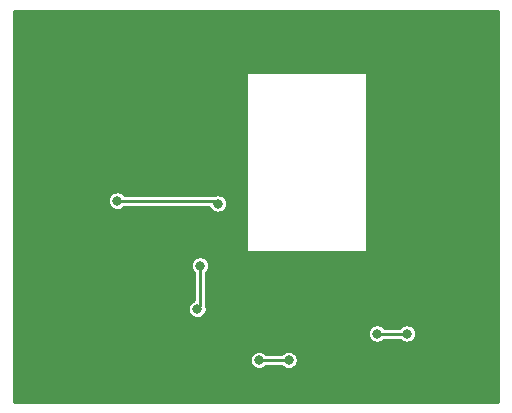
<source format=gbr>
%TF.GenerationSoftware,KiCad,Pcbnew,(5.1.4)-1*%
%TF.CreationDate,2021-02-25T01:30:08+08:00*%
%TF.ProjectId,Overdrive_Protector,4f766572-6472-4697-9665-5f50726f7465,rev?*%
%TF.SameCoordinates,Original*%
%TF.FileFunction,Copper,L2,Bot*%
%TF.FilePolarity,Positive*%
%FSLAX46Y46*%
G04 Gerber Fmt 4.6, Leading zero omitted, Abs format (unit mm)*
G04 Created by KiCad (PCBNEW (5.1.4)-1) date 2021-02-25 01:30:08*
%MOMM*%
%LPD*%
G04 APERTURE LIST*
%ADD10C,0.800000*%
%ADD11C,0.508000*%
%ADD12C,0.254000*%
%ADD13C,0.350000*%
G04 APERTURE END LIST*
D10*
X39500000Y-58250000D03*
X37500000Y-60500000D03*
X34000000Y-65500000D03*
X30250000Y-66000000D03*
X26500000Y-66000000D03*
X33750000Y-61750000D03*
X34500000Y-80000000D03*
X35750000Y-79000000D03*
X35000000Y-67374442D03*
X41750000Y-70500000D03*
X41750000Y-69750000D03*
X60750000Y-76250000D03*
X60860000Y-77140000D03*
X63750000Y-81500000D03*
X61000000Y-79750000D03*
X56000000Y-70500000D03*
X60750000Y-70000000D03*
X63500000Y-69000000D03*
X55250000Y-59750000D03*
X55250000Y-59000000D03*
X55250000Y-58250000D03*
X56250000Y-58250000D03*
X57250000Y-58250000D03*
X58500000Y-58250000D03*
X59250000Y-58250000D03*
X43000000Y-60750000D03*
X43000000Y-62000000D03*
X43000000Y-63250000D03*
X43000000Y-64250000D03*
X43000000Y-65500000D03*
X43000000Y-67000000D03*
X43000000Y-68500000D03*
X43000000Y-70000000D03*
X54250000Y-67500000D03*
X54250000Y-66250000D03*
X54250000Y-65000000D03*
X54250000Y-63750000D03*
X54250000Y-62500000D03*
X54250000Y-61250000D03*
X46000000Y-55000000D03*
X48250000Y-54750000D03*
X50000000Y-54750000D03*
X52250000Y-55000000D03*
X54250000Y-68750000D03*
X54250000Y-70000000D03*
X43000000Y-59500000D03*
X43000000Y-58250000D03*
X43000000Y-57000000D03*
X43000000Y-55750000D03*
X44250000Y-55000000D03*
X44250000Y-55000000D03*
X54250000Y-55500000D03*
X45000000Y-73500000D03*
X46750000Y-73500000D03*
X48500000Y-73500000D03*
X50250000Y-73500000D03*
X52000000Y-73500000D03*
X53750000Y-73500000D03*
X43500000Y-73250000D03*
X32750000Y-66500000D03*
X41250000Y-66750000D03*
X54750000Y-77750000D03*
X57250000Y-77750000D03*
X39750000Y-72000000D03*
X39526153Y-75662020D03*
X47250000Y-80000000D03*
X44750000Y-80000000D03*
D11*
X41750000Y-69750000D02*
X41750000Y-70500000D01*
X55250000Y-59750000D02*
X55250000Y-59000000D01*
D12*
X32750000Y-66500000D02*
X41000000Y-66500000D01*
X41000000Y-66500000D02*
X41250000Y-66750000D01*
X54750000Y-77750000D02*
X56750000Y-77750000D01*
X56750000Y-77750000D02*
X57250000Y-77750000D01*
X39750000Y-72000000D02*
X39750000Y-75438173D01*
X39750000Y-75438173D02*
X39526153Y-75662020D01*
X47250000Y-80000000D02*
X45000000Y-80000000D01*
X45000000Y-80000000D02*
X44750000Y-80000000D01*
G36*
X65019000Y-83519000D02*
G01*
X23981000Y-83519000D01*
X23981000Y-79923078D01*
X43969000Y-79923078D01*
X43969000Y-80076922D01*
X43999013Y-80227809D01*
X44057887Y-80369942D01*
X44143358Y-80497859D01*
X44252141Y-80606642D01*
X44380058Y-80692113D01*
X44522191Y-80750987D01*
X44673078Y-80781000D01*
X44826922Y-80781000D01*
X44977809Y-80750987D01*
X45119942Y-80692113D01*
X45247859Y-80606642D01*
X45346501Y-80508000D01*
X46653499Y-80508000D01*
X46752141Y-80606642D01*
X46880058Y-80692113D01*
X47022191Y-80750987D01*
X47173078Y-80781000D01*
X47326922Y-80781000D01*
X47477809Y-80750987D01*
X47619942Y-80692113D01*
X47747859Y-80606642D01*
X47856642Y-80497859D01*
X47942113Y-80369942D01*
X48000987Y-80227809D01*
X48031000Y-80076922D01*
X48031000Y-79923078D01*
X48000987Y-79772191D01*
X47942113Y-79630058D01*
X47856642Y-79502141D01*
X47747859Y-79393358D01*
X47619942Y-79307887D01*
X47477809Y-79249013D01*
X47326922Y-79219000D01*
X47173078Y-79219000D01*
X47022191Y-79249013D01*
X46880058Y-79307887D01*
X46752141Y-79393358D01*
X46653499Y-79492000D01*
X45346501Y-79492000D01*
X45247859Y-79393358D01*
X45119942Y-79307887D01*
X44977809Y-79249013D01*
X44826922Y-79219000D01*
X44673078Y-79219000D01*
X44522191Y-79249013D01*
X44380058Y-79307887D01*
X44252141Y-79393358D01*
X44143358Y-79502141D01*
X44057887Y-79630058D01*
X43999013Y-79772191D01*
X43969000Y-79923078D01*
X23981000Y-79923078D01*
X23981000Y-77673078D01*
X53969000Y-77673078D01*
X53969000Y-77826922D01*
X53999013Y-77977809D01*
X54057887Y-78119942D01*
X54143358Y-78247859D01*
X54252141Y-78356642D01*
X54380058Y-78442113D01*
X54522191Y-78500987D01*
X54673078Y-78531000D01*
X54826922Y-78531000D01*
X54977809Y-78500987D01*
X55119942Y-78442113D01*
X55247859Y-78356642D01*
X55346501Y-78258000D01*
X56653499Y-78258000D01*
X56752141Y-78356642D01*
X56880058Y-78442113D01*
X57022191Y-78500987D01*
X57173078Y-78531000D01*
X57326922Y-78531000D01*
X57477809Y-78500987D01*
X57619942Y-78442113D01*
X57747859Y-78356642D01*
X57856642Y-78247859D01*
X57942113Y-78119942D01*
X58000987Y-77977809D01*
X58031000Y-77826922D01*
X58031000Y-77673078D01*
X58000987Y-77522191D01*
X57942113Y-77380058D01*
X57856642Y-77252141D01*
X57747859Y-77143358D01*
X57619942Y-77057887D01*
X57477809Y-76999013D01*
X57326922Y-76969000D01*
X57173078Y-76969000D01*
X57022191Y-76999013D01*
X56880058Y-77057887D01*
X56752141Y-77143358D01*
X56653499Y-77242000D01*
X55346501Y-77242000D01*
X55247859Y-77143358D01*
X55119942Y-77057887D01*
X54977809Y-76999013D01*
X54826922Y-76969000D01*
X54673078Y-76969000D01*
X54522191Y-76999013D01*
X54380058Y-77057887D01*
X54252141Y-77143358D01*
X54143358Y-77252141D01*
X54057887Y-77380058D01*
X53999013Y-77522191D01*
X53969000Y-77673078D01*
X23981000Y-77673078D01*
X23981000Y-75585098D01*
X38745153Y-75585098D01*
X38745153Y-75738942D01*
X38775166Y-75889829D01*
X38834040Y-76031962D01*
X38919511Y-76159879D01*
X39028294Y-76268662D01*
X39156211Y-76354133D01*
X39298344Y-76413007D01*
X39449231Y-76443020D01*
X39603075Y-76443020D01*
X39753962Y-76413007D01*
X39896095Y-76354133D01*
X40024012Y-76268662D01*
X40132795Y-76159879D01*
X40218266Y-76031962D01*
X40277140Y-75889829D01*
X40307153Y-75738942D01*
X40307153Y-75585098D01*
X40277140Y-75434211D01*
X40258000Y-75388003D01*
X40258000Y-72596501D01*
X40356642Y-72497859D01*
X40442113Y-72369942D01*
X40500987Y-72227809D01*
X40531000Y-72076922D01*
X40531000Y-71923078D01*
X40500987Y-71772191D01*
X40442113Y-71630058D01*
X40356642Y-71502141D01*
X40247859Y-71393358D01*
X40119942Y-71307887D01*
X39977809Y-71249013D01*
X39826922Y-71219000D01*
X39673078Y-71219000D01*
X39522191Y-71249013D01*
X39380058Y-71307887D01*
X39252141Y-71393358D01*
X39143358Y-71502141D01*
X39057887Y-71630058D01*
X38999013Y-71772191D01*
X38969000Y-71923078D01*
X38969000Y-72076922D01*
X38999013Y-72227809D01*
X39057887Y-72369942D01*
X39143358Y-72497859D01*
X39242000Y-72596501D01*
X39242001Y-74934371D01*
X39156211Y-74969907D01*
X39028294Y-75055378D01*
X38919511Y-75164161D01*
X38834040Y-75292078D01*
X38775166Y-75434211D01*
X38745153Y-75585098D01*
X23981000Y-75585098D01*
X23981000Y-66423078D01*
X31969000Y-66423078D01*
X31969000Y-66576922D01*
X31999013Y-66727809D01*
X32057887Y-66869942D01*
X32143358Y-66997859D01*
X32252141Y-67106642D01*
X32380058Y-67192113D01*
X32522191Y-67250987D01*
X32673078Y-67281000D01*
X32826922Y-67281000D01*
X32977809Y-67250987D01*
X33119942Y-67192113D01*
X33247859Y-67106642D01*
X33346501Y-67008000D01*
X40511519Y-67008000D01*
X40557887Y-67119942D01*
X40643358Y-67247859D01*
X40752141Y-67356642D01*
X40880058Y-67442113D01*
X41022191Y-67500987D01*
X41173078Y-67531000D01*
X41326922Y-67531000D01*
X41477809Y-67500987D01*
X41619942Y-67442113D01*
X41747859Y-67356642D01*
X41856642Y-67247859D01*
X41942113Y-67119942D01*
X42000987Y-66977809D01*
X42031000Y-66826922D01*
X42031000Y-66673078D01*
X42000987Y-66522191D01*
X41942113Y-66380058D01*
X41856642Y-66252141D01*
X41747859Y-66143358D01*
X41619942Y-66057887D01*
X41477809Y-65999013D01*
X41326922Y-65969000D01*
X41173078Y-65969000D01*
X41046685Y-65994141D01*
X41024947Y-65992000D01*
X41024944Y-65992000D01*
X41000000Y-65989543D01*
X40975056Y-65992000D01*
X33346501Y-65992000D01*
X33247859Y-65893358D01*
X33119942Y-65807887D01*
X32977809Y-65749013D01*
X32826922Y-65719000D01*
X32673078Y-65719000D01*
X32522191Y-65749013D01*
X32380058Y-65807887D01*
X32252141Y-65893358D01*
X32143358Y-66002141D01*
X32057887Y-66130058D01*
X31999013Y-66272191D01*
X31969000Y-66423078D01*
X23981000Y-66423078D01*
X23981000Y-55750000D01*
X43623000Y-55750000D01*
X43623000Y-70750000D01*
X43625440Y-70774776D01*
X43632667Y-70798601D01*
X43644403Y-70820557D01*
X43660197Y-70839803D01*
X43679443Y-70855597D01*
X43701399Y-70867333D01*
X43725224Y-70874560D01*
X43750000Y-70877000D01*
X53750000Y-70877000D01*
X53774776Y-70874560D01*
X53798601Y-70867333D01*
X53820557Y-70855597D01*
X53839803Y-70839803D01*
X53855597Y-70820557D01*
X53867333Y-70798601D01*
X53874560Y-70774776D01*
X53877000Y-70750000D01*
X53877000Y-55750000D01*
X53874560Y-55725224D01*
X53867333Y-55701399D01*
X53855597Y-55679443D01*
X53839803Y-55660197D01*
X53820557Y-55644403D01*
X53798601Y-55632667D01*
X53774776Y-55625440D01*
X53750000Y-55623000D01*
X43750000Y-55623000D01*
X43725224Y-55625440D01*
X43701399Y-55632667D01*
X43679443Y-55644403D01*
X43660197Y-55660197D01*
X43644403Y-55679443D01*
X43632667Y-55701399D01*
X43625440Y-55725224D01*
X43623000Y-55750000D01*
X23981000Y-55750000D01*
X23981000Y-50481000D01*
X65019001Y-50481000D01*
X65019000Y-83519000D01*
X65019000Y-83519000D01*
G37*
X65019000Y-83519000D02*
X23981000Y-83519000D01*
X23981000Y-79923078D01*
X43969000Y-79923078D01*
X43969000Y-80076922D01*
X43999013Y-80227809D01*
X44057887Y-80369942D01*
X44143358Y-80497859D01*
X44252141Y-80606642D01*
X44380058Y-80692113D01*
X44522191Y-80750987D01*
X44673078Y-80781000D01*
X44826922Y-80781000D01*
X44977809Y-80750987D01*
X45119942Y-80692113D01*
X45247859Y-80606642D01*
X45346501Y-80508000D01*
X46653499Y-80508000D01*
X46752141Y-80606642D01*
X46880058Y-80692113D01*
X47022191Y-80750987D01*
X47173078Y-80781000D01*
X47326922Y-80781000D01*
X47477809Y-80750987D01*
X47619942Y-80692113D01*
X47747859Y-80606642D01*
X47856642Y-80497859D01*
X47942113Y-80369942D01*
X48000987Y-80227809D01*
X48031000Y-80076922D01*
X48031000Y-79923078D01*
X48000987Y-79772191D01*
X47942113Y-79630058D01*
X47856642Y-79502141D01*
X47747859Y-79393358D01*
X47619942Y-79307887D01*
X47477809Y-79249013D01*
X47326922Y-79219000D01*
X47173078Y-79219000D01*
X47022191Y-79249013D01*
X46880058Y-79307887D01*
X46752141Y-79393358D01*
X46653499Y-79492000D01*
X45346501Y-79492000D01*
X45247859Y-79393358D01*
X45119942Y-79307887D01*
X44977809Y-79249013D01*
X44826922Y-79219000D01*
X44673078Y-79219000D01*
X44522191Y-79249013D01*
X44380058Y-79307887D01*
X44252141Y-79393358D01*
X44143358Y-79502141D01*
X44057887Y-79630058D01*
X43999013Y-79772191D01*
X43969000Y-79923078D01*
X23981000Y-79923078D01*
X23981000Y-77673078D01*
X53969000Y-77673078D01*
X53969000Y-77826922D01*
X53999013Y-77977809D01*
X54057887Y-78119942D01*
X54143358Y-78247859D01*
X54252141Y-78356642D01*
X54380058Y-78442113D01*
X54522191Y-78500987D01*
X54673078Y-78531000D01*
X54826922Y-78531000D01*
X54977809Y-78500987D01*
X55119942Y-78442113D01*
X55247859Y-78356642D01*
X55346501Y-78258000D01*
X56653499Y-78258000D01*
X56752141Y-78356642D01*
X56880058Y-78442113D01*
X57022191Y-78500987D01*
X57173078Y-78531000D01*
X57326922Y-78531000D01*
X57477809Y-78500987D01*
X57619942Y-78442113D01*
X57747859Y-78356642D01*
X57856642Y-78247859D01*
X57942113Y-78119942D01*
X58000987Y-77977809D01*
X58031000Y-77826922D01*
X58031000Y-77673078D01*
X58000987Y-77522191D01*
X57942113Y-77380058D01*
X57856642Y-77252141D01*
X57747859Y-77143358D01*
X57619942Y-77057887D01*
X57477809Y-76999013D01*
X57326922Y-76969000D01*
X57173078Y-76969000D01*
X57022191Y-76999013D01*
X56880058Y-77057887D01*
X56752141Y-77143358D01*
X56653499Y-77242000D01*
X55346501Y-77242000D01*
X55247859Y-77143358D01*
X55119942Y-77057887D01*
X54977809Y-76999013D01*
X54826922Y-76969000D01*
X54673078Y-76969000D01*
X54522191Y-76999013D01*
X54380058Y-77057887D01*
X54252141Y-77143358D01*
X54143358Y-77252141D01*
X54057887Y-77380058D01*
X53999013Y-77522191D01*
X53969000Y-77673078D01*
X23981000Y-77673078D01*
X23981000Y-75585098D01*
X38745153Y-75585098D01*
X38745153Y-75738942D01*
X38775166Y-75889829D01*
X38834040Y-76031962D01*
X38919511Y-76159879D01*
X39028294Y-76268662D01*
X39156211Y-76354133D01*
X39298344Y-76413007D01*
X39449231Y-76443020D01*
X39603075Y-76443020D01*
X39753962Y-76413007D01*
X39896095Y-76354133D01*
X40024012Y-76268662D01*
X40132795Y-76159879D01*
X40218266Y-76031962D01*
X40277140Y-75889829D01*
X40307153Y-75738942D01*
X40307153Y-75585098D01*
X40277140Y-75434211D01*
X40258000Y-75388003D01*
X40258000Y-72596501D01*
X40356642Y-72497859D01*
X40442113Y-72369942D01*
X40500987Y-72227809D01*
X40531000Y-72076922D01*
X40531000Y-71923078D01*
X40500987Y-71772191D01*
X40442113Y-71630058D01*
X40356642Y-71502141D01*
X40247859Y-71393358D01*
X40119942Y-71307887D01*
X39977809Y-71249013D01*
X39826922Y-71219000D01*
X39673078Y-71219000D01*
X39522191Y-71249013D01*
X39380058Y-71307887D01*
X39252141Y-71393358D01*
X39143358Y-71502141D01*
X39057887Y-71630058D01*
X38999013Y-71772191D01*
X38969000Y-71923078D01*
X38969000Y-72076922D01*
X38999013Y-72227809D01*
X39057887Y-72369942D01*
X39143358Y-72497859D01*
X39242000Y-72596501D01*
X39242001Y-74934371D01*
X39156211Y-74969907D01*
X39028294Y-75055378D01*
X38919511Y-75164161D01*
X38834040Y-75292078D01*
X38775166Y-75434211D01*
X38745153Y-75585098D01*
X23981000Y-75585098D01*
X23981000Y-66423078D01*
X31969000Y-66423078D01*
X31969000Y-66576922D01*
X31999013Y-66727809D01*
X32057887Y-66869942D01*
X32143358Y-66997859D01*
X32252141Y-67106642D01*
X32380058Y-67192113D01*
X32522191Y-67250987D01*
X32673078Y-67281000D01*
X32826922Y-67281000D01*
X32977809Y-67250987D01*
X33119942Y-67192113D01*
X33247859Y-67106642D01*
X33346501Y-67008000D01*
X40511519Y-67008000D01*
X40557887Y-67119942D01*
X40643358Y-67247859D01*
X40752141Y-67356642D01*
X40880058Y-67442113D01*
X41022191Y-67500987D01*
X41173078Y-67531000D01*
X41326922Y-67531000D01*
X41477809Y-67500987D01*
X41619942Y-67442113D01*
X41747859Y-67356642D01*
X41856642Y-67247859D01*
X41942113Y-67119942D01*
X42000987Y-66977809D01*
X42031000Y-66826922D01*
X42031000Y-66673078D01*
X42000987Y-66522191D01*
X41942113Y-66380058D01*
X41856642Y-66252141D01*
X41747859Y-66143358D01*
X41619942Y-66057887D01*
X41477809Y-65999013D01*
X41326922Y-65969000D01*
X41173078Y-65969000D01*
X41046685Y-65994141D01*
X41024947Y-65992000D01*
X41024944Y-65992000D01*
X41000000Y-65989543D01*
X40975056Y-65992000D01*
X33346501Y-65992000D01*
X33247859Y-65893358D01*
X33119942Y-65807887D01*
X32977809Y-65749013D01*
X32826922Y-65719000D01*
X32673078Y-65719000D01*
X32522191Y-65749013D01*
X32380058Y-65807887D01*
X32252141Y-65893358D01*
X32143358Y-66002141D01*
X32057887Y-66130058D01*
X31999013Y-66272191D01*
X31969000Y-66423078D01*
X23981000Y-66423078D01*
X23981000Y-55750000D01*
X43623000Y-55750000D01*
X43623000Y-70750000D01*
X43625440Y-70774776D01*
X43632667Y-70798601D01*
X43644403Y-70820557D01*
X43660197Y-70839803D01*
X43679443Y-70855597D01*
X43701399Y-70867333D01*
X43725224Y-70874560D01*
X43750000Y-70877000D01*
X53750000Y-70877000D01*
X53774776Y-70874560D01*
X53798601Y-70867333D01*
X53820557Y-70855597D01*
X53839803Y-70839803D01*
X53855597Y-70820557D01*
X53867333Y-70798601D01*
X53874560Y-70774776D01*
X53877000Y-70750000D01*
X53877000Y-55750000D01*
X53874560Y-55725224D01*
X53867333Y-55701399D01*
X53855597Y-55679443D01*
X53839803Y-55660197D01*
X53820557Y-55644403D01*
X53798601Y-55632667D01*
X53774776Y-55625440D01*
X53750000Y-55623000D01*
X43750000Y-55623000D01*
X43725224Y-55625440D01*
X43701399Y-55632667D01*
X43679443Y-55644403D01*
X43660197Y-55660197D01*
X43644403Y-55679443D01*
X43632667Y-55701399D01*
X43625440Y-55725224D01*
X43623000Y-55750000D01*
X23981000Y-55750000D01*
X23981000Y-50481000D01*
X65019001Y-50481000D01*
X65019000Y-83519000D01*
D13*
X39500000Y-58250000D03*
X37500000Y-60500000D03*
X34000000Y-65500000D03*
X30250000Y-66000000D03*
X26500000Y-66000000D03*
X33750000Y-61750000D03*
X34500000Y-80000000D03*
X35750000Y-79000000D03*
X35000000Y-67374442D03*
X41750000Y-70500000D03*
X41750000Y-69750000D03*
X60750000Y-76250000D03*
X60860000Y-77140000D03*
X63750000Y-81500000D03*
X61000000Y-79750000D03*
X56000000Y-70500000D03*
X60750000Y-70000000D03*
X63500000Y-69000000D03*
X55250000Y-59750000D03*
X55250000Y-59000000D03*
X55250000Y-58250000D03*
X56250000Y-58250000D03*
X57250000Y-58250000D03*
X58500000Y-58250000D03*
X59250000Y-58250000D03*
X43000000Y-60750000D03*
X43000000Y-62000000D03*
X43000000Y-63250000D03*
X43000000Y-64250000D03*
X43000000Y-65500000D03*
X43000000Y-67000000D03*
X43000000Y-68500000D03*
X43000000Y-70000000D03*
X54250000Y-67500000D03*
X54250000Y-66250000D03*
X54250000Y-65000000D03*
X54250000Y-63750000D03*
X54250000Y-62500000D03*
X54250000Y-61250000D03*
X46000000Y-55000000D03*
X48250000Y-54750000D03*
X50000000Y-54750000D03*
X52250000Y-55000000D03*
X54250000Y-68750000D03*
X54250000Y-70000000D03*
X43000000Y-59500000D03*
X43000000Y-58250000D03*
X43000000Y-57000000D03*
X43000000Y-55750000D03*
X44250000Y-55000000D03*
X44250000Y-55000000D03*
X54250000Y-55500000D03*
X45000000Y-73500000D03*
X46750000Y-73500000D03*
X48500000Y-73500000D03*
X50250000Y-73500000D03*
X52000000Y-73500000D03*
X53750000Y-73500000D03*
X43500000Y-73250000D03*
X32750000Y-66500000D03*
X41250000Y-66750000D03*
X54750000Y-77750000D03*
X57250000Y-77750000D03*
X39750000Y-72000000D03*
X39526153Y-75662020D03*
X47250000Y-80000000D03*
X44750000Y-80000000D03*
M02*

</source>
